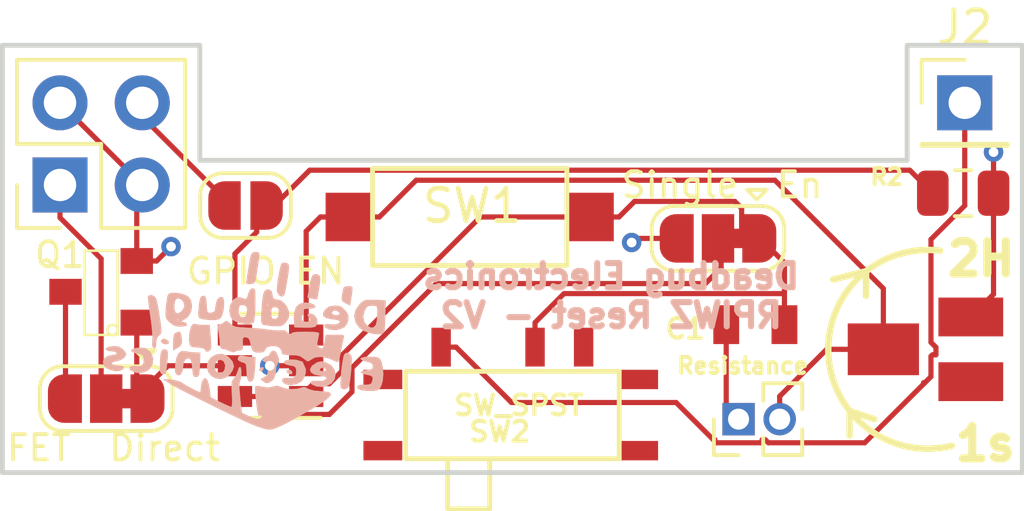
<source format=kicad_pcb>
(kicad_pcb (version 20171130) (host pcbnew "(5.0.1)-rc2")

  (general
    (thickness 1.6)
    (drawings 20)
    (tracks 106)
    (zones 0)
    (modules 14)
    (nets 12)
  )

  (page A4)
  (layers
    (0 F.Cu signal)
    (31 B.Cu signal)
    (32 B.Adhes user)
    (33 F.Adhes user)
    (34 B.Paste user)
    (35 F.Paste user)
    (36 B.SilkS user)
    (37 F.SilkS user)
    (38 B.Mask user)
    (39 F.Mask user)
    (40 Dwgs.User user)
    (41 Cmts.User user)
    (42 Eco1.User user)
    (43 Eco2.User user)
    (44 Edge.Cuts user)
    (45 Margin user)
    (46 B.CrtYd user)
    (47 F.CrtYd user)
    (48 B.Fab user)
    (49 F.Fab user hide)
  )

  (setup
    (last_trace_width 0.16)
    (trace_clearance 0.15)
    (zone_clearance 0.508)
    (zone_45_only no)
    (trace_min 0.1524)
    (segment_width 0.2)
    (edge_width 0.15)
    (via_size 0.6)
    (via_drill 0.3)
    (via_min_size 0.4)
    (via_min_drill 0.3)
    (uvia_size 0.3)
    (uvia_drill 0.1)
    (uvias_allowed no)
    (uvia_min_size 0.2)
    (uvia_min_drill 0.1)
    (pcb_text_width 0.3)
    (pcb_text_size 1.5 1.5)
    (mod_edge_width 0.15)
    (mod_text_size 1 1)
    (mod_text_width 0.15)
    (pad_size 1.524 1.524)
    (pad_drill 0.762)
    (pad_to_mask_clearance 0.051)
    (solder_mask_min_width 0.25)
    (aux_axis_origin 0 0)
    (visible_elements 7FFFFF7F)
    (pcbplotparams
      (layerselection 0x010fc_ffffffff)
      (usegerberextensions false)
      (usegerberattributes false)
      (usegerberadvancedattributes false)
      (creategerberjobfile false)
      (excludeedgelayer true)
      (linewidth 0.100000)
      (plotframeref false)
      (viasonmask false)
      (mode 1)
      (useauxorigin false)
      (hpglpennumber 1)
      (hpglpenspeed 20)
      (hpglpendiameter 15.000000)
      (psnegative false)
      (psa4output false)
      (plotreference true)
      (plotvalue true)
      (plotinvisibletext false)
      (padsonsilk false)
      (subtractmaskfromsilk false)
      (outputformat 1)
      (mirror false)
      (drillshape 0)
      (scaleselection 1)
      (outputdirectory "Gerber/"))
  )

  (net 0 "")
  (net 1 GND)
  (net 2 /GPIO26)
  (net 3 /RUN)
  (net 4 "Net-(J2-Pad1)")
  (net 5 +3V3)
  (net 6 "Net-(JP1-Pad1)")
  (net 7 "Net-(JP2-Pad3)")
  (net 8 "Net-(JP2-Pad1)")
  (net 9 /Mode)
  (net 10 "Net-(RV1-Pad3)")
  (net 11 "Net-(J3-Pad2)")

  (net_class Default "This is the default net class."
    (clearance 0.15)
    (trace_width 0.16)
    (via_dia 0.6)
    (via_drill 0.3)
    (uvia_dia 0.3)
    (uvia_drill 0.1)
    (add_net +3V3)
    (add_net /GPIO26)
    (add_net /Mode)
    (add_net /RUN)
    (add_net GND)
    (add_net "Net-(J2-Pad1)")
    (add_net "Net-(J3-Pad2)")
    (add_net "Net-(JP1-Pad1)")
    (add_net "Net-(JP2-Pad1)")
    (add_net "Net-(JP2-Pad3)")
    (add_net "Net-(RV1-Pad3)")
  )

  (module CustomFP:Bourns_TC33X-2 (layer F.Cu) (tedit 5D0F3855) (tstamp 5BF50EE8)
    (at 246.507 45.72 90)
    (path /5BF4D368)
    (fp_text reference RV1 (at -1.651 0.1905 180) (layer F.SilkS) hide
      (effects (font (size 1 1) (thickness 0.15)))
    )
    (fp_text value R_POT (at 0 -4.8 90) (layer F.Fab)
      (effects (font (size 1 1) (thickness 0.15)))
    )
    (pad 1 smd rect (at 0 -0.1 90) (size 1.6 2.2) (layers F.Cu F.Paste F.Mask)
      (net 11 "Net-(J3-Pad2)"))
    (pad 2 smd rect (at 1 2.6 90) (size 1.2 2) (layers F.Cu F.Paste F.Mask)
      (net 1 GND))
    (pad 3 smd rect (at -1 2.6 90) (size 1.2 2) (layers F.Cu F.Paste F.Mask)
      (net 10 "Net-(RV1-Pad3)"))
  )

  (module EbayParts:Tact_SMD_Switch (layer F.Cu) (tedit 5C1B3FE6) (tstamp 5C1127F2)
    (at 230.632 43.1292)
    (path /5BF4F7ED)
    (fp_text reference SW1 (at 3.0734 -1.84404) (layer F.SilkS)
      (effects (font (size 1 1) (thickness 0.15)))
    )
    (fp_text value SW_Push (at 3 -5) (layer F.Fab)
      (effects (font (size 1 1) (thickness 0.15)))
    )
    (fp_line (start 0 -3) (end 0 0) (layer F.SilkS) (width 0.15))
    (fp_line (start 6 -3) (end 0 -3) (layer F.SilkS) (width 0.15))
    (fp_line (start 6 0) (end 6 -3) (layer F.SilkS) (width 0.15))
    (fp_line (start 0 0) (end 6 0) (layer F.SilkS) (width 0.15))
    (pad 1 smd rect (at -0.7 -1.5) (size 1.5 1.5) (layers F.Cu F.Paste F.Mask)
      (net 11 "Net-(J3-Pad2)"))
    (pad 2 smd rect (at 6.7 -1.5) (size 1.5 1.5) (layers F.Cu F.Paste F.Mask)
      (net 5 +3V3))
  )

  (module Connector_PinHeader_2.54mm:PinHeader_2x02_P2.54mm_Vertical (layer F.Cu) (tedit 5BF4E187) (tstamp 5C11F43C)
    (at 220.98 40.64 90)
    (descr "Through hole straight pin header, 2x02, 2.54mm pitch, double rows")
    (tags "Through hole pin header THT 2x02 2.54mm double row")
    (path /5BF58F0D)
    (fp_text reference J1 (at 1.27 -2.33 90) (layer F.SilkS) hide
      (effects (font (size 1 1) (thickness 0.15)))
    )
    (fp_text value RPI_Conn (at 1.27 4.87 90) (layer F.Fab)
      (effects (font (size 1 1) (thickness 0.15)))
    )
    (fp_line (start 0 -1.27) (end 3.81 -1.27) (layer F.Fab) (width 0.1))
    (fp_line (start 3.81 -1.27) (end 3.81 3.81) (layer F.Fab) (width 0.1))
    (fp_line (start 3.81 3.81) (end -1.27 3.81) (layer F.Fab) (width 0.1))
    (fp_line (start -1.27 3.81) (end -1.27 0) (layer F.Fab) (width 0.1))
    (fp_line (start -1.27 0) (end 0 -1.27) (layer F.Fab) (width 0.1))
    (fp_line (start -1.33 3.87) (end 3.87 3.87) (layer F.SilkS) (width 0.12))
    (fp_line (start -1.33 1.27) (end -1.33 3.87) (layer F.SilkS) (width 0.12))
    (fp_line (start 3.87 -1.33) (end 3.87 3.87) (layer F.SilkS) (width 0.12))
    (fp_line (start -1.33 1.27) (end 1.27 1.27) (layer F.SilkS) (width 0.12))
    (fp_line (start 1.27 1.27) (end 1.27 -1.33) (layer F.SilkS) (width 0.12))
    (fp_line (start 1.27 -1.33) (end 3.87 -1.33) (layer F.SilkS) (width 0.12))
    (fp_line (start -1.33 0) (end -1.33 -1.33) (layer F.SilkS) (width 0.12))
    (fp_line (start -1.33 -1.33) (end 0 -1.33) (layer F.SilkS) (width 0.12))
    (fp_line (start -1.8 -1.8) (end -1.8 4.35) (layer F.CrtYd) (width 0.05))
    (fp_line (start -1.8 4.35) (end 4.35 4.35) (layer F.CrtYd) (width 0.05))
    (fp_line (start 4.35 4.35) (end 4.35 -1.8) (layer F.CrtYd) (width 0.05))
    (fp_line (start 4.35 -1.8) (end -1.8 -1.8) (layer F.CrtYd) (width 0.05))
    (fp_text user %R (at 1.27 1.27 -180) (layer F.Fab)
      (effects (font (size 1 1) (thickness 0.15)))
    )
    (pad 1 thru_hole rect (at 0 0 90) (size 1.7 1.7) (drill 1) (layers *.Cu *.Mask)
      (net 3 /RUN))
    (pad 2 thru_hole oval (at 2.54 0 90) (size 1.7 1.7) (drill 1) (layers *.Cu *.Mask)
      (net 1 GND))
    (pad 3 thru_hole oval (at 0 2.54 90) (size 1.7 1.7) (drill 1) (layers *.Cu *.Mask)
      (net 1 GND))
    (pad 4 thru_hole oval (at 2.54 2.54 90) (size 1.7 1.7) (drill 1) (layers *.Cu *.Mask)
      (net 2 /GPIO26))
    (model ${KISYS3DMOD}/Connector_PinHeader_2.54mm.3dshapes/PinHeader_2x02_P2.54mm_Vertical.wrl
      (at (xyz 0 0 0))
      (scale (xyz 1 1 1))
      (rotate (xyz 0 0 0))
    )
  )

  (module Capacitors:0805 (layer F.Cu) (tedit 5BF4E046) (tstamp 5C3941A3)
    (at 242.45316 44.958)
    (descr "GENERIC 2012 (0805) PACKAGE")
    (tags "GENERIC 2012 (0805) PACKAGE")
    (path /5BF4DE0C)
    (attr smd)
    (fp_text reference C1 (at -2.16916 0.127 180) (layer F.SilkS)
      (effects (font (size 0.6096 0.6096) (thickness 0.127)))
    )
    (fp_text value C_Small (at 0 1.27) (layer F.SilkS) hide
      (effects (font (size 0.6096 0.6096) (thickness 0.127)))
    )
    (fp_line (start -1.4986 0.79756) (end -1.4986 -0.79756) (layer F.CrtYd) (width 0.0508))
    (fp_line (start 1.4986 0.79756) (end -1.4986 0.79756) (layer F.CrtYd) (width 0.0508))
    (fp_line (start 1.4986 -0.79756) (end 1.4986 0.79756) (layer F.CrtYd) (width 0.0508))
    (fp_line (start -1.4986 -0.79756) (end 1.4986 -0.79756) (layer F.CrtYd) (width 0.0508))
    (pad 2 smd rect (at 0.89916 0) (size 0.79756 1.19888) (layers F.Cu F.Paste F.Mask)
      (net 5 +3V3) (solder_mask_margin 0.1016))
    (pad 1 smd rect (at -0.89916 0) (size 0.79756 1.19888) (layers F.Cu F.Paste F.Mask)
      (net 1 GND) (solder_mask_margin 0.1016))
  )

  (module Resistor_SMD:R_0805_2012Metric (layer F.Cu) (tedit 5BF4E19A) (tstamp 5BF4E150)
    (at 248.8715 40.894 180)
    (descr "Resistor SMD 0805 (2012 Metric), square (rectangular) end terminal, IPC_7351 nominal, (Body size source: https://docs.google.com/spreadsheets/d/1BsfQQcO9C6DZCsRaXUlFlo91Tg2WpOkGARC1WS5S8t0/edit?usp=sharing), generated with kicad-footprint-generator")
    (tags resistor)
    (path /5BF4E00B)
    (attr smd)
    (fp_text reference R2 (at 2.3645 0.508 180) (layer F.SilkS)
      (effects (font (size 0.5 0.5) (thickness 0.125)))
    )
    (fp_text value R (at 0 1.65 180) (layer F.Fab)
      (effects (font (size 1 1) (thickness 0.15)))
    )
    (fp_text user %R (at 0 0 180) (layer F.Fab)
      (effects (font (size 0.5 0.5) (thickness 0.08)))
    )
    (fp_line (start 1.68 0.95) (end -1.68 0.95) (layer F.CrtYd) (width 0.05))
    (fp_line (start 1.68 -0.95) (end 1.68 0.95) (layer F.CrtYd) (width 0.05))
    (fp_line (start -1.68 -0.95) (end 1.68 -0.95) (layer F.CrtYd) (width 0.05))
    (fp_line (start -1.68 0.95) (end -1.68 -0.95) (layer F.CrtYd) (width 0.05))
    (fp_line (start -0.258578 0.71) (end 0.258578 0.71) (layer F.SilkS) (width 0.12))
    (fp_line (start -0.258578 -0.71) (end 0.258578 -0.71) (layer F.SilkS) (width 0.12))
    (fp_line (start 1 0.6) (end -1 0.6) (layer F.Fab) (width 0.1))
    (fp_line (start 1 -0.6) (end 1 0.6) (layer F.Fab) (width 0.1))
    (fp_line (start -1 -0.6) (end 1 -0.6) (layer F.Fab) (width 0.1))
    (fp_line (start -1 0.6) (end -1 -0.6) (layer F.Fab) (width 0.1))
    (pad 2 smd roundrect (at 0.9375 0 180) (size 0.975 1.4) (layers F.Cu F.Paste F.Mask) (roundrect_rratio 0.25)
      (net 6 "Net-(JP1-Pad1)"))
    (pad 1 smd roundrect (at -0.9375 0 180) (size 0.975 1.4) (layers F.Cu F.Paste F.Mask) (roundrect_rratio 0.25)
      (net 1 GND))
    (model ${KISYS3DMOD}/Resistor_SMD.3dshapes/R_0805_2012Metric.wrl
      (at (xyz 0 0 0))
      (scale (xyz 1 1 1))
      (rotate (xyz 0 0 0))
    )
  )

  (module Package_TO_SOT_SMD:SOT-23-6 (layer F.Cu) (tedit 5D0F3881) (tstamp 5BF4E177)
    (at 227.4824 46.228 180)
    (descr "6-pin SOT-23 package")
    (tags SOT-23-6)
    (path /5BF60E19)
    (attr smd)
    (fp_text reference U1 (at -0.09398 -1.89992) (layer F.SilkS) hide
      (effects (font (size 1 1) (thickness 0.15)))
    )
    (fp_text value TPL5110 (at 0 2.9 180) (layer F.Fab)
      (effects (font (size 1 1) (thickness 0.15)))
    )
    (fp_line (start 0.9 -1.55) (end 0.9 1.55) (layer F.Fab) (width 0.1))
    (fp_line (start 0.9 1.55) (end -0.9 1.55) (layer F.Fab) (width 0.1))
    (fp_line (start -0.9 -0.9) (end -0.9 1.55) (layer F.Fab) (width 0.1))
    (fp_line (start 0.9 -1.55) (end -0.25 -1.55) (layer F.Fab) (width 0.1))
    (fp_line (start -0.9 -0.9) (end -0.25 -1.55) (layer F.Fab) (width 0.1))
    (fp_line (start -1.9 -1.8) (end -1.9 1.8) (layer F.CrtYd) (width 0.05))
    (fp_line (start -1.9 1.8) (end 1.9 1.8) (layer F.CrtYd) (width 0.05))
    (fp_line (start 1.9 1.8) (end 1.9 -1.8) (layer F.CrtYd) (width 0.05))
    (fp_line (start 1.9 -1.8) (end -1.9 -1.8) (layer F.CrtYd) (width 0.05))
    (fp_line (start 0.9 -1.61) (end -1.55 -1.61) (layer F.SilkS) (width 0.12))
    (fp_line (start -0.9 1.61) (end 0.9 1.61) (layer F.SilkS) (width 0.12))
    (fp_text user %R (at 0 0 270) (layer F.Fab)
      (effects (font (size 0.5 0.5) (thickness 0.075)))
    )
    (pad 5 smd rect (at 1.1 0 180) (size 1.06 0.65) (layers F.Cu F.Paste F.Mask)
      (net 8 "Net-(JP2-Pad1)"))
    (pad 6 smd rect (at 1.1 -0.95 180) (size 1.06 0.65) (layers F.Cu F.Paste F.Mask)
      (net 9 /Mode))
    (pad 4 smd rect (at 1.1 0.95 180) (size 1.06 0.65) (layers F.Cu F.Paste F.Mask)
      (net 6 "Net-(JP1-Pad1)"))
    (pad 3 smd rect (at -1.1 0.95 180) (size 1.06 0.65) (layers F.Cu F.Paste F.Mask)
      (net 11 "Net-(J3-Pad2)"))
    (pad 2 smd rect (at -1.1 0 180) (size 1.06 0.65) (layers F.Cu F.Paste F.Mask)
      (net 1 GND))
    (pad 1 smd rect (at -1.1 -0.95 180) (size 1.06 0.65) (layers F.Cu F.Paste F.Mask)
      (net 5 +3V3))
    (model ${KISYS3DMOD}/Package_TO_SOT_SMD.3dshapes/SOT-23-6.wrl
      (at (xyz 0 0 0))
      (scale (xyz 1 1 1))
      (rotate (xyz 0 0 0))
    )
  )

  (module CustomFP:SWITCH_SPDT_PTH (layer F.Cu) (tedit 5A74BBA0) (tstamp 5D1E82EA)
    (at 234.95 47.752 90)
    (descr "SPDT PTH SLIDE SWITCH")
    (tags "SPDT PTH SLIDE SWITCH")
    (path /5BF4FC1D)
    (attr virtual)
    (fp_text reference SW2 (at -0.51308 -0.39116 180) (layer F.SilkS)
      (effects (font (size 0.6096 0.6096) (thickness 0.127)))
    )
    (fp_text value SW_SPST (at 0.3 0.2 180) (layer F.SilkS)
      (effects (font (size 0.6096 0.6096) (thickness 0.127)))
    )
    (fp_line (start -1.4 -0.7) (end -2.9 -0.7) (layer F.SilkS) (width 0.15))
    (fp_line (start -2.9 -0.7) (end -2.9 -2) (layer F.SilkS) (width 0.15))
    (fp_line (start -2.9 -2) (end -1.4 -2) (layer F.SilkS) (width 0.15))
    (fp_line (start 1.35 -3.3) (end -1.35 -3.3) (layer F.SilkS) (width 0.15))
    (fp_line (start 1.35 -3.3) (end 1.35 3.3) (layer F.SilkS) (width 0.15))
    (fp_line (start 1.35 3.3) (end -1.35 3.3) (layer F.SilkS) (width 0.15))
    (fp_line (start -1.35 -3.3) (end -1.35 3.3) (layer F.SilkS) (width 0.15))
    (pad "" smd rect (at 1.1 -4 180) (size 1.2 0.6) (layers F.Cu F.Paste F.Mask)
      (solder_mask_margin 0.1016))
    (pad "" smd rect (at -1.1 -4 180) (size 1.2 0.6) (layers F.Cu F.Paste F.Mask)
      (solder_mask_margin 0.1016))
    (pad "" smd rect (at 1.1 3.9 180) (size 1.2 0.6) (layers F.Cu F.Paste F.Mask)
      (solder_mask_margin 0.1016))
    (pad 3 smd rect (at 2.1 2.2 90) (size 1.2 0.6) (layers F.Cu F.Paste F.Mask)
      (solder_mask_margin 0.1016))
    (pad 2 smd rect (at 2.1 0.7 90) (size 1.2 0.6) (layers F.Cu F.Paste F.Mask)
      (net 5 +3V3) (solder_mask_margin 0.1016))
    (pad "" smd rect (at -1.1 3.9 180) (size 1.2 0.6) (layers F.Cu F.Paste F.Mask)
      (solder_mask_margin 0.1016))
    (pad 1 smd rect (at 2.1 -2.2 90) (size 1.2 0.6) (layers F.Cu F.Paste F.Mask)
      (net 4 "Net-(J2-Pad1)") (solder_mask_margin 0.1016))
  )

  (module SMD_Packages_oj:SOT23 (layer F.Cu) (tedit 5D0F37A3) (tstamp 5D1DBCB7)
    (at 222.25 43.942 90)
    (tags SOT23)
    (path /5D0F2F18)
    (fp_text reference Q1 (at 1.143 -1.27 180) (layer F.SilkS)
      (effects (font (size 0.762 0.762) (thickness 0.11938)))
    )
    (fp_text value Q_PMOS_GSD (at 0.0635 0 90) (layer F.SilkS) hide
      (effects (font (size 0.50038 0.50038) (thickness 0.09906)))
    )
    (fp_circle (center -1.17602 0.35052) (end -1.30048 0.44958) (layer F.SilkS) (width 0.07874))
    (fp_line (start 1.27 -0.508) (end 1.27 0.508) (layer F.SilkS) (width 0.07874))
    (fp_line (start -1.3335 -0.508) (end -1.3335 0.508) (layer F.SilkS) (width 0.07874))
    (fp_line (start 1.27 0.508) (end -1.3335 0.508) (layer F.SilkS) (width 0.07874))
    (fp_line (start -1.3335 -0.508) (end 1.27 -0.508) (layer F.SilkS) (width 0.07874))
    (pad 3 smd rect (at 0 -1.09982 90) (size 0.8001 1.00076) (layers F.Cu F.Paste F.Mask)
      (net 7 "Net-(JP2-Pad3)"))
    (pad 2 smd rect (at 0.9525 1.09982 90) (size 0.8001 1.00076) (layers F.Cu F.Paste F.Mask)
      (net 1 GND))
    (pad 1 smd rect (at -0.9525 1.09982 90) (size 0.8001 1.00076) (layers F.Cu F.Paste F.Mask)
      (net 8 "Net-(JP2-Pad1)"))
    (model smd\SOT23_3.wrl
      (at (xyz 0 0 0))
      (scale (xyz 0.4 0.4 0.4))
      (rotate (xyz 0 0 180))
    )
  )

  (module Connector_PinHeader_2.54mm:PinHeader_1x01_P2.54mm_Vertical (layer F.Cu) (tedit 59FED5CC) (tstamp 5D1E7DD7)
    (at 248.92 38.1)
    (descr "Through hole straight pin header, 1x01, 2.54mm pitch, single row")
    (tags "Through hole pin header THT 1x01 2.54mm single row")
    (path /5BF4DFAA)
    (fp_text reference J2 (at 0 -2.33) (layer F.SilkS)
      (effects (font (size 1 1) (thickness 0.15)))
    )
    (fp_text value Conn_01x01 (at 0 2.33) (layer F.Fab)
      (effects (font (size 1 1) (thickness 0.15)))
    )
    (fp_line (start -0.635 -1.27) (end 1.27 -1.27) (layer F.Fab) (width 0.1))
    (fp_line (start 1.27 -1.27) (end 1.27 1.27) (layer F.Fab) (width 0.1))
    (fp_line (start 1.27 1.27) (end -1.27 1.27) (layer F.Fab) (width 0.1))
    (fp_line (start -1.27 1.27) (end -1.27 -0.635) (layer F.Fab) (width 0.1))
    (fp_line (start -1.27 -0.635) (end -0.635 -1.27) (layer F.Fab) (width 0.1))
    (fp_line (start -1.33 1.33) (end 1.33 1.33) (layer F.SilkS) (width 0.12))
    (fp_line (start -1.33 1.27) (end -1.33 1.33) (layer F.SilkS) (width 0.12))
    (fp_line (start 1.33 1.27) (end 1.33 1.33) (layer F.SilkS) (width 0.12))
    (fp_line (start -1.33 1.27) (end 1.33 1.27) (layer F.SilkS) (width 0.12))
    (fp_line (start -1.33 0) (end -1.33 -1.33) (layer F.SilkS) (width 0.12))
    (fp_line (start -1.33 -1.33) (end 0 -1.33) (layer F.SilkS) (width 0.12))
    (fp_line (start -1.8 -1.8) (end -1.8 1.8) (layer F.CrtYd) (width 0.05))
    (fp_line (start -1.8 1.8) (end 1.8 1.8) (layer F.CrtYd) (width 0.05))
    (fp_line (start 1.8 1.8) (end 1.8 -1.8) (layer F.CrtYd) (width 0.05))
    (fp_line (start 1.8 -1.8) (end -1.8 -1.8) (layer F.CrtYd) (width 0.05))
    (fp_text user %R (at 0 0 90) (layer F.Fab)
      (effects (font (size 1 1) (thickness 0.15)))
    )
    (pad 1 thru_hole rect (at 0 0) (size 1.7 1.7) (drill 1) (layers *.Cu *.Mask)
      (net 4 "Net-(J2-Pad1)"))
    (model ${KISYS3DMOD}/Connector_PinHeader_2.54mm.3dshapes/PinHeader_1x01_P2.54mm_Vertical.wrl
      (at (xyz 0 0 0))
      (scale (xyz 1 1 1))
      (rotate (xyz 0 0 0))
    )
  )

  (module Connector_PinHeader_1.27mm:PinHeader_1x02_P1.27mm_Vertical (layer F.Cu) (tedit 5D0F3C06) (tstamp 5D2CB11A)
    (at 241.935 47.879 90)
    (descr "Through hole straight pin header, 1x02, 1.27mm pitch, single row")
    (tags "Through hole pin header THT 1x02 1.27mm single row")
    (path /5D0F6B17)
    (fp_text reference J3 (at 0 -1.695 90) (layer F.SilkS) hide
      (effects (font (size 1 1) (thickness 0.15)))
    )
    (fp_text value Conn_01x02_Female (at 0 2.965 90) (layer F.Fab)
      (effects (font (size 1 1) (thickness 0.15)))
    )
    (fp_line (start -0.525 -0.635) (end 1.05 -0.635) (layer F.Fab) (width 0.1))
    (fp_line (start 1.05 -0.635) (end 1.05 1.905) (layer F.Fab) (width 0.1))
    (fp_line (start 1.05 1.905) (end -1.05 1.905) (layer F.Fab) (width 0.1))
    (fp_line (start -1.05 1.905) (end -1.05 -0.11) (layer F.Fab) (width 0.1))
    (fp_line (start -1.05 -0.11) (end -0.525 -0.635) (layer F.Fab) (width 0.1))
    (fp_line (start -1.11 1.965) (end -0.30753 1.965) (layer F.SilkS) (width 0.12))
    (fp_line (start 0.30753 1.965) (end 1.11 1.965) (layer F.SilkS) (width 0.12))
    (fp_line (start -1.11 0.76) (end -1.11 1.965) (layer F.SilkS) (width 0.12))
    (fp_line (start 1.11 0.76) (end 1.11 1.965) (layer F.SilkS) (width 0.12))
    (fp_line (start -1.11 0.76) (end -0.563471 0.76) (layer F.SilkS) (width 0.12))
    (fp_line (start 0.563471 0.76) (end 1.11 0.76) (layer F.SilkS) (width 0.12))
    (fp_line (start -1.11 0) (end -1.11 -0.76) (layer F.SilkS) (width 0.12))
    (fp_line (start -1.11 -0.76) (end 0 -0.76) (layer F.SilkS) (width 0.12))
    (fp_line (start -1.55 -1.15) (end -1.55 2.45) (layer F.CrtYd) (width 0.05))
    (fp_line (start -1.55 2.45) (end 1.55 2.45) (layer F.CrtYd) (width 0.05))
    (fp_line (start 1.55 2.45) (end 1.55 -1.15) (layer F.CrtYd) (width 0.05))
    (fp_line (start 1.55 -1.15) (end -1.55 -1.15) (layer F.CrtYd) (width 0.05))
    (fp_text user %R (at 0 0.635 180) (layer F.Fab)
      (effects (font (size 1 1) (thickness 0.15)))
    )
    (pad 1 thru_hole rect (at 0 0 90) (size 1 1) (drill 0.65) (layers *.Cu *.Mask)
      (net 1 GND))
    (pad 2 thru_hole oval (at 0 1.27 90) (size 1 1) (drill 0.65) (layers *.Cu *.Mask)
      (net 11 "Net-(J3-Pad2)"))
    (model ${KISYS3DMOD}/Connector_PinHeader_1.27mm.3dshapes/PinHeader_1x02_P1.27mm_Vertical.wrl
      (at (xyz 0 0 0))
      (scale (xyz 1 1 1))
      (rotate (xyz 0 0 0))
    )
  )

  (module Jumper:SolderJumper-2_P1.3mm_Open_RoundedPad1.0x1.5mm (layer F.Cu) (tedit 5D0F3AEE) (tstamp 5D2CB12C)
    (at 226.71 41.275 180)
    (descr "SMD Solder Jumper, 1x1.5mm, rounded Pads, 0.3mm gap, open")
    (tags "solder jumper open")
    (path /5D0F565C)
    (attr virtual)
    (fp_text reference JP1 (at 0 -1.8 180) (layer F.SilkS) hide
      (effects (font (size 1 1) (thickness 0.15)))
    )
    (fp_text value " " (at 0 1.9 180) (layer F.Fab)
      (effects (font (size 1 1) (thickness 0.15)))
    )
    (fp_arc (start 0.7 -0.3) (end 1.4 -0.3) (angle -90) (layer F.SilkS) (width 0.12))
    (fp_arc (start 0.7 0.3) (end 0.7 1) (angle -90) (layer F.SilkS) (width 0.12))
    (fp_arc (start -0.7 0.3) (end -1.4 0.3) (angle -90) (layer F.SilkS) (width 0.12))
    (fp_arc (start -0.7 -0.3) (end -0.7 -1) (angle -90) (layer F.SilkS) (width 0.12))
    (fp_line (start -1.4 0.3) (end -1.4 -0.3) (layer F.SilkS) (width 0.12))
    (fp_line (start 0.7 1) (end -0.7 1) (layer F.SilkS) (width 0.12))
    (fp_line (start 1.4 -0.3) (end 1.4 0.3) (layer F.SilkS) (width 0.12))
    (fp_line (start -0.7 -1) (end 0.7 -1) (layer F.SilkS) (width 0.12))
    (fp_line (start -1.65 -1.25) (end 1.65 -1.25) (layer F.CrtYd) (width 0.05))
    (fp_line (start -1.65 -1.25) (end -1.65 1.25) (layer F.CrtYd) (width 0.05))
    (fp_line (start 1.65 1.25) (end 1.65 -1.25) (layer F.CrtYd) (width 0.05))
    (fp_line (start 1.65 1.25) (end -1.65 1.25) (layer F.CrtYd) (width 0.05))
    (pad 1 smd custom (at -0.65 0 180) (size 1 0.5) (layers F.Cu F.Mask)
      (net 6 "Net-(JP1-Pad1)") (zone_connect 0)
      (options (clearance outline) (anchor rect))
      (primitives
        (gr_circle (center 0 0.25) (end 0.5 0.25) (width 0))
        (gr_circle (center 0 -0.25) (end 0.5 -0.25) (width 0))
        (gr_poly (pts
           (xy 0 -0.75) (xy 0.5 -0.75) (xy 0.5 0.75) (xy 0 0.75)) (width 0))
      ))
    (pad 2 smd custom (at 0.65 0 180) (size 1 0.5) (layers F.Cu F.Mask)
      (net 2 /GPIO26) (zone_connect 0)
      (options (clearance outline) (anchor rect))
      (primitives
        (gr_circle (center 0 0.25) (end 0.5 0.25) (width 0))
        (gr_circle (center 0 -0.25) (end 0.5 -0.25) (width 0))
        (gr_poly (pts
           (xy 0 -0.75) (xy -0.5 -0.75) (xy -0.5 0.75) (xy 0 0.75)) (width 0))
      ))
  )

  (module Jumper:SolderJumper-3_P1.3mm_Bridged12_RoundedPad1.0x1.5mm (layer F.Cu) (tedit 5D0F3AC2) (tstamp 5D2CB142)
    (at 222.407 47.244 180)
    (descr "SMD Solder 3-pad Jumper, 1x1.5mm rounded Pads, 0.3mm gap, pads 1-2 bridged with 1 copper strip")
    (tags "solder jumper open")
    (path /5D0F5B71)
    (attr virtual)
    (fp_text reference JP2 (at 0 -1.8 180) (layer F.SilkS) hide
      (effects (font (size 1 1) (thickness 0.15)))
    )
    (fp_text value "FET Bypass" (at 0 1.9 180) (layer F.Fab)
      (effects (font (size 1 1) (thickness 0.15)))
    )
    (fp_arc (start -1.35 -0.3) (end -1.35 -1) (angle -90) (layer F.SilkS) (width 0.12))
    (fp_arc (start -1.35 0.3) (end -2.05 0.3) (angle -90) (layer F.SilkS) (width 0.12))
    (fp_arc (start 1.35 0.3) (end 1.35 1) (angle -90) (layer F.SilkS) (width 0.12))
    (fp_arc (start 1.35 -0.3) (end 2.05 -0.3) (angle -90) (layer F.SilkS) (width 0.12))
    (fp_line (start 2.3 1.25) (end -2.3 1.25) (layer F.CrtYd) (width 0.05))
    (fp_line (start 2.3 1.25) (end 2.3 -1.25) (layer F.CrtYd) (width 0.05))
    (fp_line (start -2.3 -1.25) (end -2.3 1.25) (layer F.CrtYd) (width 0.05))
    (fp_line (start -2.3 -1.25) (end 2.3 -1.25) (layer F.CrtYd) (width 0.05))
    (fp_line (start -1.4 -1) (end 1.4 -1) (layer F.SilkS) (width 0.12))
    (fp_line (start 2.05 -0.3) (end 2.05 0.3) (layer F.SilkS) (width 0.12))
    (fp_line (start 1.4 1) (end -1.4 1) (layer F.SilkS) (width 0.12))
    (fp_line (start -2.05 0.3) (end -2.05 -0.3) (layer F.SilkS) (width 0.12))
    (fp_line (start -1.2 1.2) (end -1.5 1.5) (layer F.SilkS) (width 0.12))
    (fp_line (start -1.5 1.5) (end -0.9 1.5) (layer F.SilkS) (width 0.12))
    (fp_line (start -1.2 1.2) (end -0.9 1.5) (layer F.SilkS) (width 0.12))
    (pad 2 smd rect (at 0 0 180) (size 1 1.5) (layers F.Cu F.Mask)
      (net 3 /RUN))
    (pad 3 smd custom (at 1.3 0 180) (size 1 0.5) (layers F.Cu F.Mask)
      (net 7 "Net-(JP2-Pad3)") (zone_connect 0)
      (options (clearance outline) (anchor rect))
      (primitives
        (gr_circle (center 0 0.25) (end 0.5 0.25) (width 0))
        (gr_circle (center 0 -0.25) (end 0.5 -0.25) (width 0))
        (gr_poly (pts
           (xy -0.55 -0.75) (xy 0 -0.75) (xy 0 0.75) (xy -0.55 0.75)) (width 0))
      ))
    (pad 1 smd custom (at -1.3 0 180) (size 1 0.5) (layers F.Cu F.Mask)
      (net 8 "Net-(JP2-Pad1)") (zone_connect 0)
      (options (clearance outline) (anchor rect))
      (primitives
        (gr_circle (center 0 0.25) (end 0.5 0.25) (width 0))
        (gr_circle (center 0 -0.25) (end 0.5 -0.25) (width 0))
        (gr_poly (pts
           (xy 0.55 -0.75) (xy 0 -0.75) (xy 0 0.75) (xy 0.55 0.75)) (width 0))
        (gr_poly (pts
           (xy 0.4 -0.3) (xy 0.9 -0.3) (xy 0.9 0.3) (xy 0.4 0.3)) (width 0))
      ))
  )

  (module Jumper:SolderJumper-3_P1.3mm_Bridged12_RoundedPad1.0x1.5mm (layer F.Cu) (tedit 5D0F3AB0) (tstamp 5D2CB158)
    (at 241.3 42.291 180)
    (descr "SMD Solder 3-pad Jumper, 1x1.5mm rounded Pads, 0.3mm gap, pads 1-2 bridged with 1 copper strip")
    (tags "solder jumper open")
    (path /5D0F5026)
    (attr virtual)
    (fp_text reference JP3 (at 0 -1.8 180) (layer F.SilkS) hide
      (effects (font (size 1 1) (thickness 0.15)))
    )
    (fp_text value "Mode Select" (at 0 1.9 180) (layer F.Fab)
      (effects (font (size 1 1) (thickness 0.15)))
    )
    (fp_line (start -1.2 1.2) (end -0.9 1.5) (layer F.SilkS) (width 0.12))
    (fp_line (start -1.5 1.5) (end -0.9 1.5) (layer F.SilkS) (width 0.12))
    (fp_line (start -1.2 1.2) (end -1.5 1.5) (layer F.SilkS) (width 0.12))
    (fp_line (start -2.05 0.3) (end -2.05 -0.3) (layer F.SilkS) (width 0.12))
    (fp_line (start 1.4 1) (end -1.4 1) (layer F.SilkS) (width 0.12))
    (fp_line (start 2.05 -0.3) (end 2.05 0.3) (layer F.SilkS) (width 0.12))
    (fp_line (start -1.4 -1) (end 1.4 -1) (layer F.SilkS) (width 0.12))
    (fp_line (start -2.3 -1.25) (end 2.3 -1.25) (layer F.CrtYd) (width 0.05))
    (fp_line (start -2.3 -1.25) (end -2.3 1.25) (layer F.CrtYd) (width 0.05))
    (fp_line (start 2.3 1.25) (end 2.3 -1.25) (layer F.CrtYd) (width 0.05))
    (fp_line (start 2.3 1.25) (end -2.3 1.25) (layer F.CrtYd) (width 0.05))
    (fp_arc (start 1.35 -0.3) (end 2.05 -0.3) (angle -90) (layer F.SilkS) (width 0.12))
    (fp_arc (start 1.35 0.3) (end 1.35 1) (angle -90) (layer F.SilkS) (width 0.12))
    (fp_arc (start -1.35 0.3) (end -2.05 0.3) (angle -90) (layer F.SilkS) (width 0.12))
    (fp_arc (start -1.35 -0.3) (end -1.35 -1) (angle -90) (layer F.SilkS) (width 0.12))
    (pad 1 smd custom (at -1.3 0 180) (size 1 0.5) (layers F.Cu F.Mask)
      (net 5 +3V3) (zone_connect 0)
      (options (clearance outline) (anchor rect))
      (primitives
        (gr_circle (center 0 0.25) (end 0.5 0.25) (width 0))
        (gr_circle (center 0 -0.25) (end 0.5 -0.25) (width 0))
        (gr_poly (pts
           (xy 0.55 -0.75) (xy 0 -0.75) (xy 0 0.75) (xy 0.55 0.75)) (width 0))
        (gr_poly (pts
           (xy 0.4 -0.3) (xy 0.9 -0.3) (xy 0.9 0.3) (xy 0.4 0.3)) (width 0))
      ))
    (pad 3 smd custom (at 1.3 0 180) (size 1 0.5) (layers F.Cu F.Mask)
      (net 1 GND) (zone_connect 0)
      (options (clearance outline) (anchor rect))
      (primitives
        (gr_circle (center 0 0.25) (end 0.5 0.25) (width 0))
        (gr_circle (center 0 -0.25) (end 0.5 -0.25) (width 0))
        (gr_poly (pts
           (xy -0.55 -0.75) (xy 0 -0.75) (xy 0 0.75) (xy -0.55 0.75)) (width 0))
      ))
    (pad 2 smd rect (at 0 0 180) (size 1 1.5) (layers F.Cu F.Mask)
      (net 9 /Mode))
  )

  (module Logo:logo (layer B.Cu) (tedit 0) (tstamp 5D2D7B7C)
    (at 226.949 45.339 180)
    (fp_text reference G*** (at 0 0 180) (layer B.SilkS) hide
      (effects (font (size 1.524 1.524) (thickness 0.3)) (justify mirror))
    )
    (fp_text value LOGO (at 0.75 0 180) (layer B.SilkS) hide
      (effects (font (size 1.524 1.524) (thickness 0.3)) (justify mirror))
    )
    (fp_poly (pts (xy -0.058897 2.623886) (xy 0.006077 2.610248) (xy 0.04882 2.574487) (xy 0.07943 2.496644)
      (xy 0.108007 2.356765) (xy 0.123773 2.262909) (xy 0.155423 2.072027) (xy 0.18483 1.898051)
      (xy 0.205871 1.777176) (xy 0.206618 1.773039) (xy 0.21712 1.674203) (xy 0.183274 1.637398)
      (xy 0.094462 1.634494) (xy -0.011974 1.656751) (xy -0.060718 1.728379) (xy -0.067143 1.754909)
      (xy -0.094525 1.903618) (xy -0.124189 2.085835) (xy -0.151834 2.272225) (xy -0.17316 2.433455)
      (xy -0.183866 2.540191) (xy -0.184378 2.554613) (xy -0.16207 2.614886) (xy -0.079829 2.62596)
      (xy -0.058897 2.623886)) (layer B.SilkS) (width 0.01))
    (fp_poly (pts (xy -0.88552 2.286768) (xy -0.853919 2.217333) (xy -0.818674 2.082802) (xy -0.784278 1.910085)
      (xy -0.755226 1.72609) (xy -0.736013 1.557725) (xy -0.731133 1.431901) (xy -0.735967 1.391388)
      (xy -0.796839 1.288302) (xy -0.863836 1.255922) (xy -0.917987 1.258996) (xy -0.954901 1.300384)
      (xy -0.984632 1.399131) (xy -1.010139 1.533013) (xy -1.05633 1.802971) (xy -1.086008 1.995981)
      (xy -1.09932 2.125943) (xy -1.096415 2.206757) (xy -1.07744 2.252324) (xy -1.042542 2.276545)
      (xy -1.018126 2.285325) (xy -0.926403 2.298835) (xy -0.88552 2.286768)) (layer B.SilkS) (width 0.01))
    (fp_poly (pts (xy -1.864941 1.930879) (xy -1.825371 1.892354) (xy -1.792362 1.805684) (xy -1.756788 1.652493)
      (xy -1.742434 1.581727) (xy -1.709905 1.413859) (xy -1.687129 1.286846) (xy -1.677983 1.222622)
      (xy -1.678326 1.218907) (xy -1.723522 1.207887) (xy -1.823049 1.187898) (xy -1.829601 1.18665)
      (xy -1.973567 1.159305) (xy -2.031582 1.498464) (xy -2.061387 1.703558) (xy -2.063659 1.8347)
      (xy -2.034528 1.907222) (xy -1.970124 1.936454) (xy -1.920201 1.939637) (xy -1.864941 1.930879)) (layer B.SilkS) (width 0.01))
    (fp_poly (pts (xy -2.888597 1.56576) (xy -2.810429 1.542508) (xy -2.798413 1.531141) (xy -2.776361 1.463913)
      (xy -2.751057 1.344362) (xy -2.744229 1.304146) (xy -2.730982 1.180791) (xy -2.753251 1.111075)
      (xy -2.826185 1.058548) (xy -2.851939 1.044952) (xy -2.989704 0.973711) (xy -3.034047 1.249055)
      (xy -3.05403 1.398343) (xy -3.061026 1.507241) (xy -3.055498 1.54729) (xy -2.987875 1.568459)
      (xy -2.888597 1.56576)) (layer B.SilkS) (width 0.01))
    (fp_poly (pts (xy 1.598099 1.257783) (xy 1.63255 1.208265) (xy 1.658577 1.102151) (xy 1.679917 0.954863)
      (xy 1.698187 0.748563) (xy 1.688831 0.625387) (xy 1.670873 0.590219) (xy 1.60059 0.561421)
      (xy 1.469725 0.537934) (xy 1.346286 0.527279) (xy 1.173664 0.526082) (xy 1.067229 0.546468)
      (xy 1.003516 0.591741) (xy 0.956175 0.684982) (xy 0.922512 0.822416) (xy 0.904951 0.97487)
      (xy 0.905914 1.113168) (xy 0.927823 1.208137) (xy 0.950381 1.231611) (xy 1.045439 1.227424)
      (xy 1.118369 1.143905) (xy 1.159819 0.993197) (xy 1.163611 0.954676) (xy 1.179801 0.830598)
      (xy 1.216606 0.771194) (xy 1.29255 0.748799) (xy 1.302247 0.747618) (xy 1.372276 0.744493)
      (xy 1.411014 0.769666) (xy 1.429832 0.843979) (xy 1.440096 0.988275) (xy 1.440793 1.001618)
      (xy 1.452772 1.154059) (xy 1.474039 1.2353) (xy 1.512972 1.266498) (xy 1.547091 1.27)
      (xy 1.598099 1.257783)) (layer B.SilkS) (width 0.01))
    (fp_poly (pts (xy 0.091747 1.472637) (xy 0.140009 1.375936) (xy 0.153636 1.324812) (xy 0.190056 1.210935)
      (xy 0.233847 1.172744) (xy 0.270823 1.17996) (xy 0.411702 1.226984) (xy 0.509691 1.221117)
      (xy 0.600415 1.158114) (xy 0.620849 1.138259) (xy 0.713488 0.986363) (xy 0.740632 0.804071)
      (xy 0.700304 0.627295) (xy 0.653189 0.550918) (xy 0.559069 0.484081) (xy 0.416502 0.433883)
      (xy 0.256598 0.405259) (xy 0.110466 0.403145) (xy 0.009216 0.432477) (xy -0.006281 0.446295)
      (xy -0.027009 0.514684) (xy -0.044796 0.653511) (xy -0.057437 0.840851) (xy -0.057922 0.8572)
      (xy 0.185962 0.8572) (xy 0.204608 0.712166) (xy 0.256741 0.618503) (xy 0.344886 0.609876)
      (xy 0.407517 0.64055) (xy 0.44857 0.71519) (xy 0.453699 0.836116) (xy 0.432385 0.944337)
      (xy 0.382235 0.987282) (xy 0.323905 0.992909) (xy 0.223659 0.958918) (xy 0.185962 0.8572)
      (xy -0.057922 0.8572) (xy -0.06226 1.003103) (xy -0.064255 1.222798) (xy -0.061023 1.366274)
      (xy -0.049856 1.449642) (xy -0.028049 1.489012) (xy 0.007104 1.500494) (xy 0.021359 1.500909)
      (xy 0.091747 1.472637)) (layer B.SilkS) (width 0.01))
    (fp_poly (pts (xy 2.542112 1.361398) (xy 2.622727 1.324969) (xy 2.623258 1.324304) (xy 2.648107 1.253861)
      (xy 2.673575 1.119179) (xy 2.694482 0.948202) (xy 2.695941 0.932227) (xy 2.70957 0.756579)
      (xy 2.707804 0.645011) (xy 2.684435 0.569696) (xy 2.633254 0.502809) (xy 2.590332 0.458863)
      (xy 2.46115 0.359554) (xy 2.317644 0.324486) (xy 2.274159 0.323273) (xy 2.151311 0.330205)
      (xy 2.0725 0.347401) (xy 2.064044 0.352805) (xy 2.051589 0.408123) (xy 2.109948 0.451169)
      (xy 2.184817 0.463626) (xy 2.240733 0.469917) (xy 2.220432 0.491739) (xy 2.146335 0.526286)
      (xy 2.139986 0.531091) (xy 2.309091 0.531091) (xy 2.332182 0.508) (xy 2.355273 0.531091)
      (xy 2.332182 0.554182) (xy 2.309091 0.531091) (xy 2.139986 0.531091) (xy 2.010056 0.629411)
      (xy 1.923363 0.78155) (xy 1.891954 0.954899) (xy 1.893353 0.962791) (xy 2.124364 0.962791)
      (xy 2.156298 0.873335) (xy 2.224543 0.787722) (xy 2.324485 0.727793) (xy 2.397039 0.751854)
      (xy 2.435879 0.853965) (xy 2.438377 0.988518) (xy 2.416926 1.119438) (xy 2.370388 1.181624)
      (xy 2.335234 1.193805) (xy 2.237888 1.17124) (xy 2.158679 1.08609) (xy 2.12442 0.967726)
      (xy 2.124364 0.962791) (xy 1.893353 0.962791) (xy 1.921523 1.121658) (xy 2.000342 1.238861)
      (xy 2.105738 1.301099) (xy 2.252146 1.345146) (xy 2.408095 1.366684) (xy 2.542112 1.361398)) (layer B.SilkS) (width 0.01))
    (fp_poly (pts (xy -0.4037 1.464386) (xy -0.350188 1.418206) (xy -0.311447 1.318206) (xy -0.28297 1.152063)
      (xy -0.260251 0.907449) (xy -0.257551 0.870164) (xy -0.245251 0.639969) (xy -0.247516 0.489985)
      (xy -0.264875 0.409129) (xy -0.280435 0.390479) (xy -0.353727 0.369294) (xy -0.4866 0.349498)
      (xy -0.606851 0.338612) (xy -0.767715 0.332807) (xy -0.869989 0.347794) (xy -0.946591 0.391795)
      (xy -0.993578 0.435198) (xy -1.090576 0.590769) (xy -1.10469 0.767932) (xy -1.104017 0.769697)
      (xy -0.785091 0.769697) (xy -0.773707 0.635756) (xy -0.729887 0.571043) (xy -0.639122 0.554182)
      (xy -0.638848 0.554182) (xy -0.582827 0.572817) (xy -0.558254 0.643884) (xy -0.554182 0.738909)
      (xy -0.560483 0.857926) (xy -0.590207 0.910825) (xy -0.659582 0.923571) (xy -0.669636 0.923637)
      (xy -0.749098 0.91073) (xy -0.780565 0.85366) (xy -0.785091 0.769697) (xy -1.104017 0.769697)
      (xy -1.036074 0.947841) (xy -1.003105 0.992909) (xy -0.461818 0.992909) (xy -0.438727 0.969818)
      (xy -0.415636 0.992909) (xy -0.438727 1.016) (xy -0.461818 0.992909) (xy -1.003105 0.992909)
      (xy -0.988804 1.012457) (xy -0.856455 1.125381) (xy -0.73773 1.154546) (xy -0.645122 1.167238)
      (xy -0.604242 1.224193) (xy -0.591744 1.304637) (xy -0.563536 1.417612) (xy -0.497161 1.465096)
      (xy -0.476488 1.469075) (xy -0.4037 1.464386)) (layer B.SilkS) (width 0.01))
    (fp_poly (pts (xy -1.431106 1.025102) (xy -1.317985 0.914963) (xy -1.261421 0.733415) (xy -1.256413 0.558139)
      (xy -1.27 0.302652) (xy -1.572779 0.29016) (xy -1.765722 0.291552) (xy -1.893303 0.312612)
      (xy -1.930688 0.332798) (xy -1.981865 0.441907) (xy -1.963667 0.570236) (xy -1.895174 0.66808)
      (xy -1.814855 0.713629) (xy -1.734958 0.72379) (xy -1.682462 0.703048) (xy -1.684351 0.65589)
      (xy -1.701005 0.635795) (xy -1.753047 0.546361) (xy -1.722978 0.482062) (xy -1.638005 0.461818)
      (xy -1.530963 0.493068) (xy -1.487245 0.569666) (xy -1.520962 0.665889) (xy -1.524 0.669637)
      (xy -1.559272 0.760225) (xy -1.553707 0.807594) (xy -1.555436 0.853722) (xy -1.61949 0.874178)
      (xy -1.707451 0.877455) (xy -1.829511 0.887715) (xy -1.906941 0.913177) (xy -1.915113 0.921319)
      (xy -1.905273 0.974534) (xy -1.826441 1.02241) (xy -1.701853 1.054573) (xy -1.599661 1.062182)
      (xy -1.431106 1.025102)) (layer B.SilkS) (width 0.01))
    (fp_poly (pts (xy -2.338695 0.940791) (xy -2.217185 0.847252) (xy -2.156194 0.728068) (xy -2.166493 0.643489)
      (xy -2.263323 0.582839) (xy -2.443557 0.547851) (xy -2.487814 0.544189) (xy -2.609358 0.523903)
      (xy -2.674159 0.488839) (xy -2.678478 0.476476) (xy -2.638055 0.417094) (xy -2.535442 0.383982)
      (xy -2.398877 0.384616) (xy -2.358631 0.391808) (xy -2.249485 0.397245) (xy -2.193008 0.365496)
      (xy -2.206148 0.310017) (xy -2.228781 0.288692) (xy -2.369743 0.227401) (xy -2.549993 0.216213)
      (xy -2.661192 0.236032) (xy -2.812519 0.30343) (xy -2.899734 0.415154) (xy -2.936363 0.538632)
      (xy -2.938541 0.655534) (xy -2.911666 0.710186) (xy -2.665871 0.710186) (xy -2.663326 0.705465)
      (xy -2.600794 0.671044) (xy -2.511567 0.674289) (xy -2.440232 0.708357) (xy -2.424545 0.742104)
      (xy -2.462295 0.806377) (xy -2.493818 0.819037) (xy -2.583808 0.809885) (xy -2.652351 0.766103)
      (xy -2.665871 0.710186) (xy -2.911666 0.710186) (xy -2.883205 0.768063) (xy -2.840168 0.822867)
      (xy -2.738778 0.921936) (xy -2.630141 0.96332) (xy -2.519961 0.969818) (xy -2.338695 0.940791)) (layer B.SilkS) (width 0.01))
    (fp_poly (pts (xy -3.470529 1.13994) (xy -3.392246 1.108793) (xy -3.318619 1.048163) (xy -3.290191 1.020177)
      (xy -3.158805 0.835308) (xy -3.116149 0.640049) (xy -3.162354 0.446311) (xy -3.28195 0.281155)
      (xy -3.399739 0.198263) (xy -3.554236 0.13484) (xy -3.720772 0.095123) (xy -3.874681 0.08335)
      (xy -3.991293 0.10376) (xy -4.042988 0.150401) (xy -4.053504 0.219193) (xy -4.063782 0.357369)
      (xy -4.072354 0.541957) (xy -4.076175 0.669946) (xy -4.078488 0.767773) (xy -3.833091 0.767773)
      (xy -3.821701 0.523635) (xy -3.785576 0.365226) (xy -3.721788 0.288525) (xy -3.627405 0.289507)
      (xy -3.525371 0.345286) (xy -3.422598 0.469087) (xy -3.395025 0.63478) (xy -3.437407 0.807793)
      (xy -3.494576 0.916377) (xy -3.566552 0.961611) (xy -3.669098 0.969818) (xy -3.770864 0.965252)
      (xy -3.818354 0.934558) (xy -3.83226 0.852243) (xy -3.833091 0.767773) (xy -4.078488 0.767773)
      (xy -4.087091 1.131455) (xy -3.757738 1.144913) (xy -3.582638 1.149387) (xy -3.470529 1.13994)) (layer B.SilkS) (width 0.01))
    (fp_poly (pts (xy 2.797252 -0.06413) (xy 2.851074 -0.116139) (xy 2.85195 -0.150115) (xy 2.796494 -0.202245)
      (xy 2.705292 -0.224043) (xy 2.627505 -0.206728) (xy 2.614139 -0.192601) (xy 2.618902 -0.131858)
      (xy 2.680175 -0.078823) (xy 2.763573 -0.057618) (xy 2.797252 -0.06413)) (layer B.SilkS) (width 0.01))
    (fp_poly (pts (xy 3.234845 1.274576) (xy 3.24839 1.258455) (xy 3.249621 1.20208) (xy 3.237752 1.073129)
      (xy 3.214878 0.890131) (xy 3.183094 0.671614) (xy 3.179198 0.646546) (xy 3.145937 0.406345)
      (xy 3.122405 0.180857) (xy 3.110796 -0.004383) (xy 3.113145 -0.122628) (xy 3.119892 -0.257867)
      (xy 3.092997 -0.326311) (xy 3.069608 -0.340542) (xy 3.024326 -0.336719) (xy 3.004528 -0.267858)
      (xy 3.001818 -0.188911) (xy 2.979689 -0.036899) (xy 2.910217 0.052095) (xy 2.87014 0.084164)
      (xy 2.847016 0.12512) (xy 2.840123 0.19334) (xy 2.848739 0.3072) (xy 2.872141 0.485078)
      (xy 2.88867 0.600364) (xy 2.921988 0.81272) (xy 2.956122 0.999698) (xy 2.986319 1.136685)
      (xy 3.002372 1.189182) (xy 3.066784 1.262773) (xy 3.157494 1.29496) (xy 3.234845 1.274576)) (layer B.SilkS) (width 0.01))
    (fp_poly (pts (xy 2.363778 0.144437) (xy 2.42446 0.109946) (xy 2.456788 0.047069) (xy 2.470062 -0.069809)
      (xy 2.472433 -0.154911) (xy 2.474255 -0.295717) (xy 2.474565 -0.389593) (xy 2.473704 -0.4137)
      (xy 2.436244 -0.392211) (xy 2.348265 -0.342041) (xy 2.332182 -0.332882) (xy 2.236881 -0.262686)
      (xy 2.204902 -0.175951) (xy 2.206962 -0.092363) (xy 2.224683 0.062477) (xy 2.25243 0.141434)
      (xy 2.301114 0.160983) (xy 2.363778 0.144437)) (layer B.SilkS) (width 0.01))
    (fp_poly (pts (xy 1.908783 0.336991) (xy 1.933775 0.274053) (xy 1.97474 0.093794) (xy 1.984024 -0.094625)
      (xy 1.959535 -0.245518) (xy 1.957786 -0.250223) (xy 1.900053 -0.301844) (xy 1.770459 -0.322464)
      (xy 1.725428 -0.323273) (xy 1.570982 -0.338419) (xy 1.497972 -0.385064) (xy 1.494519 -0.392545)
      (xy 1.452001 -0.454166) (xy 1.382945 -0.442258) (xy 1.345521 -0.420475) (xy 1.314473 -0.378996)
      (xy 1.3013 -0.293888) (xy 1.304722 -0.147333) (xy 1.315691 -0.005546) (xy 1.348886 0.369455)
      (xy 1.517261 0.370085) (xy 1.660016 0.377766) (xy 1.777934 0.395556) (xy 1.783684 0.39703)
      (xy 1.858108 0.397917) (xy 1.908783 0.336991)) (layer B.SilkS) (width 0.01))
    (fp_poly (pts (xy 0.911961 0.449286) (xy 0.915244 0.446323) (xy 1.002892 0.386524) (xy 1.057942 0.369455)
      (xy 1.093506 0.339729) (xy 1.0867 0.241845) (xy 1.081903 0.219364) (xy 1.05394 0.060357)
      (xy 1.036871 -0.092363) (xy 1.027892 -0.218407) (xy 1.021178 -0.307357) (xy 1.020819 -0.311727)
      (xy 0.97829 -0.360955) (xy 0.935182 -0.369739) (xy 0.836587 -0.390716) (xy 0.728146 -0.435867)
      (xy 0.628762 -0.471164) (xy 0.575329 -0.458673) (xy 0.513512 -0.425783) (xy 0.432464 -0.415636)
      (xy 0.352825 -0.403651) (xy 0.324357 -0.349125) (xy 0.324414 -0.265545) (xy 0.329108 -0.113483)
      (xy 0.316483 -0.033474) (xy 0.278456 -0.005673) (xy 0.219651 -0.008333) (xy 0.150475 -0.036534)
      (xy 0.106562 -0.112276) (xy 0.076948 -0.237865) (xy 0.04375 -0.374503) (xy -0.002221 -0.444824)
      (xy -0.077937 -0.474777) (xy -0.078026 -0.474794) (xy -0.220467 -0.482795) (xy -0.326282 -0.453591)
      (xy -0.369401 -0.39458) (xy -0.369454 -0.3921) (xy -0.411998 -0.323561) (xy -0.531541 -0.284384)
      (xy -0.641086 -0.277091) (xy -0.783935 -0.309394) (xy -0.864507 -0.399004) (xy -0.877454 -0.471054)
      (xy -0.890711 -0.518122) (xy -0.944163 -0.543418) (xy -1.058332 -0.553176) (xy -1.151002 -0.554182)
      (xy -1.326348 -0.562349) (xy -1.44645 -0.593546) (xy -1.547512 -0.657812) (xy -1.559035 -0.667344)
      (xy -1.651626 -0.737493) (xy -1.709431 -0.749632) (xy -1.763755 -0.710271) (xy -1.764043 -0.709983)
      (xy -1.90796 -0.629012) (xy -2.103044 -0.613337) (xy -2.336158 -0.661951) (xy -2.593808 -0.773652)
      (xy -2.629569 -0.750865) (xy -2.648355 -0.706815) (xy -2.669586 -0.617688) (xy -2.699889 -0.473242)
      (xy -2.724727 -0.346363) (xy -2.756135 -0.186159) (xy -2.783423 -0.056311) (xy -2.797383 0.002378)
      (xy -2.794144 0.041708) (xy -2.744472 0.062224) (xy -2.630668 0.068166) (xy -2.529124 0.066626)
      (xy -2.240752 0.059223) (xy -2.201042 -0.14357) (xy -2.17191 -0.283589) (xy -2.146103 -0.350053)
      (xy -2.108817 -0.359973) (xy -2.045244 -0.330361) (xy -2.040622 -0.327887) (xy -1.982914 -0.282299)
      (xy -1.970093 -0.211825) (xy -1.989383 -0.104782) (xy -2.01594 0.019577) (xy -2.030232 0.105792)
      (xy -2.030939 0.115455) (xy -1.987903 0.137652) (xy -1.867445 0.153431) (xy -1.684381 0.161143)
      (xy -1.616492 0.161637) (xy -1.433455 0.158074) (xy -1.291532 0.148533) (xy -1.211334 0.134729)
      (xy -1.200815 0.127) (xy -1.168973 0.093092) (xy -1.102208 0.100904) (xy -1.043224 0.142108)
      (xy -1.033464 0.159647) (xy -0.969278 0.207417) (xy -0.884823 0.203642) (xy -0.774731 0.198422)
      (xy -0.612291 0.208316) (xy -0.461818 0.227013) (xy -0.259949 0.252221) (xy -0.017708 0.273692)
      (xy 0.212918 0.286826) (xy 0.215739 0.286926) (xy 0.41277 0.297445) (xy 0.543038 0.316506)
      (xy 0.632117 0.350542) (xy 0.705583 0.405985) (xy 0.71171 0.411687) (xy 0.795352 0.482676)
      (xy 0.850298 0.4932) (xy 0.911961 0.449286)) (layer B.SilkS) (width 0.01))
    (fp_poly (pts (xy 4.347178 -0.285714) (xy 4.483212 -0.311689) (xy 4.550723 -0.354982) (xy 4.545126 -0.399959)
      (xy 4.461835 -0.430983) (xy 4.391351 -0.436353) (xy 4.279845 -0.45319) (xy 4.216764 -0.491158)
      (xy 4.21432 -0.496454) (xy 4.236766 -0.541424) (xy 4.317188 -0.554182) (xy 4.488117 -0.583704)
      (xy 4.598384 -0.659336) (xy 4.643305 -0.761674) (xy 4.618194 -0.871314) (xy 4.518364 -0.968852)
      (xy 4.427538 -1.011142) (xy 4.25732 -1.055216) (xy 4.129069 -1.046343) (xy 4.051483 -1.011757)
      (xy 3.992555 -0.954804) (xy 4.01779 -0.90929) (xy 4.119096 -0.882106) (xy 4.20912 -0.877454)
      (xy 4.334688 -0.860124) (xy 4.37867 -0.820269) (xy 4.339265 -0.776089) (xy 4.222075 -0.746591)
      (xy 4.087391 -0.706434) (xy 3.978779 -0.632007) (xy 3.926553 -0.545241) (xy 3.925455 -0.531983)
      (xy 3.956481 -0.465295) (xy 4.031534 -0.378296) (xy 4.035451 -0.374582) (xy 4.137195 -0.304926)
      (xy 4.263204 -0.282815) (xy 4.347178 -0.285714)) (layer B.SilkS) (width 0.01))
    (fp_poly (pts (xy -0.198659 -0.979572) (xy -0.184727 -1.018725) (xy -0.213785 -1.059383) (xy -0.272212 -1.04493)
      (xy -0.302081 -1.012927) (xy -0.314552 -0.950734) (xy -0.307879 -0.93903) (xy -0.253864 -0.935548)
      (xy -0.198659 -0.979572)) (layer B.SilkS) (width 0.01))
    (fp_poly (pts (xy 3.544869 -0.332305) (xy 3.695803 -0.357908) (xy 3.766882 -0.401815) (xy 3.755624 -0.451281)
      (xy 3.659547 -0.49356) (xy 3.579091 -0.508) (xy 3.459439 -0.530114) (xy 3.403274 -0.573481)
      (xy 3.381837 -0.664006) (xy 3.379392 -0.687884) (xy 3.389339 -0.826484) (xy 3.457531 -0.897175)
      (xy 3.591473 -0.90623) (xy 3.633217 -0.900107) (xy 3.754684 -0.89921) (xy 3.817115 -0.937901)
      (xy 3.807707 -1.001675) (xy 3.762047 -1.046097) (xy 3.613663 -1.103943) (xy 3.437804 -1.102636)
      (xy 3.27467 -1.04588) (xy 3.207537 -0.995008) (xy 3.111702 -0.840421) (xy 3.095058 -0.665809)
      (xy 3.157481 -0.498481) (xy 3.210051 -0.434114) (xy 3.301745 -0.360699) (xy 3.405023 -0.331276)
      (xy 3.544869 -0.332305)) (layer B.SilkS) (width 0.01))
    (fp_poly (pts (xy 2.833372 -0.433045) (xy 2.865302 -0.559003) (xy 2.879257 -0.766107) (xy 2.879812 -0.790978)
      (xy 2.879888 -0.969992) (xy 2.868977 -1.076055) (xy 2.843291 -1.128298) (xy 2.809851 -1.144141)
      (xy 2.731429 -1.138316) (xy 2.709786 -1.12155) (xy 2.693954 -1.059579) (xy 2.674328 -0.932098)
      (xy 2.654938 -0.765632) (xy 2.653411 -0.750348) (xy 2.638895 -0.574581) (xy 2.640052 -0.469345)
      (xy 2.6595 -0.413734) (xy 2.698853 -0.387223) (xy 2.779284 -0.378896) (xy 2.833372 -0.433045)) (layer B.SilkS) (width 0.01))
    (fp_poly (pts (xy -1.028603 -1.038471) (xy -1.028475 -1.087266) (xy -1.08905 -1.126513) (xy -1.171032 -1.15144)
      (xy -1.198326 -1.1275) (xy -1.200727 -1.085273) (xy -1.162226 -1.028857) (xy -1.108363 -1.016)
      (xy -1.028603 -1.038471)) (layer B.SilkS) (width 0.01))
    (fp_poly (pts (xy 2.312716 -0.51001) (xy 2.377755 -0.663624) (xy 2.404147 -0.813743) (xy 2.416967 -0.993201)
      (xy 2.402357 -1.103704) (xy 2.374921 -1.150578) (xy 2.298947 -1.187547) (xy 2.230928 -1.146912)
      (xy 2.184024 -1.043284) (xy 2.170546 -0.923636) (xy 2.14628 -0.774383) (xy 2.082204 -0.679272)
      (xy 1.991403 -0.655007) (xy 1.965691 -0.662109) (xy 1.918701 -0.723783) (xy 1.89072 -0.868644)
      (xy 1.884284 -0.955463) (xy 1.869989 -1.114269) (xy 1.843553 -1.201121) (xy 1.798181 -1.236277)
      (xy 1.789406 -1.238328) (xy 1.707761 -1.217778) (xy 1.681184 -1.182687) (xy 1.666221 -1.102003)
      (xy 1.653716 -0.96042) (xy 1.646688 -0.798274) (xy 1.639455 -0.484909) (xy 1.801091 -0.480256)
      (xy 1.949622 -0.467497) (xy 2.078182 -0.44356) (xy 2.213997 -0.437948) (xy 2.312716 -0.51001)) (layer B.SilkS) (width 0.01))
    (fp_poly (pts (xy 1.14691 -0.53843) (xy 1.29692 -0.623042) (xy 1.399297 -0.759574) (xy 1.431637 -0.90675)
      (xy 1.393087 -1.079256) (xy 1.291869 -1.206624) (xy 1.149631 -1.281425) (xy 0.988019 -1.296229)
      (xy 0.828681 -1.243607) (xy 0.719924 -1.151002) (xy 0.642023 -1.031859) (xy 0.601846 -0.918507)
      (xy 0.600364 -0.899577) (xy 0.610131 -0.866374) (xy 0.865623 -0.866374) (xy 0.881282 -1.002487)
      (xy 0.883121 -1.007555) (xy 0.937672 -1.086728) (xy 1.036215 -1.101348) (xy 1.050295 -1.099918)
      (xy 1.14849 -1.067734) (xy 1.188699 -0.982477) (xy 1.192519 -0.95548) (xy 1.178401 -0.814884)
      (xy 1.109506 -0.723901) (xy 1.001977 -0.702044) (xy 0.909642 -0.756489) (xy 0.865623 -0.866374)
      (xy 0.610131 -0.866374) (xy 0.641984 -0.758096) (xy 0.749929 -0.631113) (xy 0.898823 -0.544183)
      (xy 0.972373 -0.524948) (xy 1.14691 -0.53843)) (layer B.SilkS) (width 0.01))
    (fp_poly (pts (xy 0.466796 -0.627916) (xy 0.475427 -0.694732) (xy 0.450842 -0.727812) (xy 0.356664 -0.776752)
      (xy 0.300182 -0.792885) (xy 0.243922 -0.818454) (xy 0.216211 -0.883169) (xy 0.207945 -1.011419)
      (xy 0.207818 -1.040309) (xy 0.193536 -1.23932) (xy 0.151294 -1.354891) (xy 0.095293 -1.385454)
      (xy 0.036142 -1.354023) (xy 0.01061 -1.327727) (xy -0.015159 -1.254815) (xy -0.03787 -1.118815)
      (xy -0.052656 -0.948986) (xy -0.052772 -0.946727) (xy -0.069273 -0.623454) (xy 0.092364 -0.616881)
      (xy 0.224283 -0.603965) (xy 0.323659 -0.581617) (xy 0.327419 -0.580143) (xy 0.409035 -0.57964)
      (xy 0.466796 -0.627916)) (layer B.SilkS) (width 0.01))
    (fp_poly (pts (xy -0.527355 -0.489837) (xy -0.521381 -0.508) (xy -0.477404 -0.583014) (xy -0.438996 -0.600363)
      (xy -0.363474 -0.632741) (xy -0.321333 -0.671974) (xy -0.289762 -0.730227) (xy -0.336004 -0.762366)
      (xy -0.36186 -0.769723) (xy -0.431324 -0.808525) (xy -0.458643 -0.894234) (xy -0.461111 -0.963659)
      (xy -0.447468 -1.117611) (xy -0.398394 -1.209055) (xy -0.300182 -1.265121) (xy -0.235867 -1.294787)
      (xy -0.247838 -1.327377) (xy -0.297463 -1.365662) (xy -0.37759 -1.417175) (xy -0.442298 -1.420574)
      (xy -0.508 -1.399587) (xy -0.624981 -1.311525) (xy -0.685439 -1.156673) (xy -0.692727 -1.062182)
      (xy -0.710138 -0.924022) (xy -0.752468 -0.813756) (xy -0.756607 -0.807747) (xy -0.794877 -0.702841)
      (xy -0.783069 -0.648829) (xy -0.735425 -0.5392) (xy -0.720639 -0.496454) (xy -0.664824 -0.427169)
      (xy -0.587505 -0.425711) (xy -0.527355 -0.489837)) (layer B.SilkS) (width 0.01))
    (fp_poly (pts (xy -1.124765 -0.701195) (xy -0.99069 -0.730655) (xy -0.94142 -0.779472) (xy -0.976358 -0.831835)
      (xy -1.094901 -0.871934) (xy -1.131454 -0.877454) (xy -1.252755 -0.901092) (xy -1.30997 -0.945751)
      (xy -1.331064 -1.030338) (xy -1.318204 -1.178934) (xy -1.241135 -1.262142) (xy -1.104024 -1.275944)
      (xy -1.08029 -1.272112) (xy -0.954705 -1.268859) (xy -0.893219 -1.310073) (xy -0.907168 -1.385625)
      (xy -0.925315 -1.410568) (xy -1.025737 -1.467472) (xy -1.172158 -1.48056) (xy -1.330798 -1.452564)
      (xy -1.467879 -1.386217) (xy -1.494165 -1.364569) (xy -1.573039 -1.251712) (xy -1.61649 -1.111845)
      (xy -1.617701 -0.9808) (xy -1.581727 -0.904394) (xy -1.54804 -0.829338) (xy -1.547091 -0.815879)
      (xy -1.515734 -0.762156) (xy -1.500909 -0.758011) (xy -1.421185 -0.737068) (xy -1.378765 -0.720298)
      (xy -1.284109 -0.701703) (xy -1.149386 -0.699535) (xy -1.124765 -0.701195)) (layer B.SilkS) (width 0.01))
    (fp_poly (pts (xy -1.985557 -0.780305) (xy -1.956753 -0.793488) (xy -1.812058 -0.893241) (xy -1.75465 -0.997184)
      (xy -1.781287 -1.0912) (xy -1.888724 -1.161177) (xy -2.048276 -1.191712) (xy -2.197446 -1.214265)
      (xy -2.260867 -1.255956) (xy -2.262909 -1.267144) (xy -2.222231 -1.327592) (xy -2.118176 -1.361528)
      (xy -1.977715 -1.361637) (xy -1.938371 -1.355183) (xy -1.832008 -1.353772) (xy -1.777729 -1.389765)
      (xy -1.793114 -1.447575) (xy -1.813145 -1.466217) (xy -1.954923 -1.527699) (xy -2.136752 -1.538238)
      (xy -2.249294 -1.517908) (xy -2.412169 -1.434148) (xy -2.508791 -1.307153) (xy -2.539397 -1.157798)
      (xy -2.504224 -1.00696) (xy -2.502304 -1.004454) (xy -2.251363 -1.004454) (xy -2.22863 -1.049363)
      (xy -2.147454 -1.062182) (xy -2.05754 -1.044508) (xy -2.043545 -1.004454) (xy -2.099825 -0.955491)
      (xy -2.147454 -0.946727) (xy -2.228349 -0.973971) (xy -2.251363 -1.004454) (xy -2.502304 -1.004454)
      (xy -2.403509 -0.875513) (xy -2.240986 -0.785476) (xy -2.101706 -0.756117) (xy -1.985557 -0.780305)) (layer B.SilkS) (width 0.01))
    (fp_poly (pts (xy -2.814974 -0.533641) (xy -2.788805 -0.60479) (xy -2.761437 -0.742238) (xy -2.735499 -0.921246)
      (xy -2.713622 -1.117074) (xy -2.698438 -1.304982) (xy -2.692577 -1.460229) (xy -2.69867 -1.558076)
      (xy -2.704297 -1.574487) (xy -2.774404 -1.614564) (xy -2.869295 -1.601693) (xy -2.94369 -1.543107)
      (xy -2.947986 -1.535545) (xy -2.969262 -1.455959) (xy -2.991887 -1.309027) (xy -3.012399 -1.119645)
      (xy -3.02145 -1.007453) (xy -3.03471 -0.799865) (xy -3.037524 -0.665344) (xy -3.02766 -0.584958)
      (xy -3.002887 -0.539775) (xy -2.963052 -0.511969) (xy -2.874559 -0.49021) (xy -2.814974 -0.533641)) (layer B.SilkS) (width 0.01))
    (fp_poly (pts (xy -3.532936 -0.611767) (xy -3.405418 -0.626061) (xy -3.325271 -0.653697) (xy -3.313014 -0.669636)
      (xy -3.346538 -0.706458) (xy -3.443943 -0.745343) (xy -3.498273 -0.759324) (xy -3.625178 -0.796669)
      (xy -3.682843 -0.845191) (xy -3.694545 -0.90676) (xy -3.680366 -0.975556) (xy -3.621227 -1.010058)
      (xy -3.509003 -1.02489) (xy -3.373958 -1.048479) (xy -3.323395 -1.085498) (xy -3.359457 -1.125868)
      (xy -3.480511 -1.158904) (xy -3.617487 -1.18813) (xy -3.68062 -1.229853) (xy -3.688215 -1.302907)
      (xy -3.676121 -1.360213) (xy -3.645541 -1.434919) (xy -3.584478 -1.469088) (xy -3.463655 -1.477772)
      (xy -3.447362 -1.477818) (xy -3.289127 -1.487314) (xy -3.215329 -1.518233) (xy -3.219769 -1.574224)
      (xy -3.238783 -1.600569) (xy -3.323281 -1.640447) (xy -3.488549 -1.660476) (xy -3.582579 -1.662545)
      (xy -3.742415 -1.660302) (xy -3.83683 -1.645612) (xy -3.892764 -1.606531) (xy -3.937157 -1.531116)
      (xy -3.952824 -1.498415) (xy -3.995309 -1.351386) (xy -4.011087 -1.167772) (xy -4.002249 -0.976351)
      (xy -3.970889 -0.805904) (xy -3.9191 -0.685208) (xy -3.891563 -0.656129) (xy -3.806823 -0.626081)
      (xy -3.677009 -0.611534) (xy -3.532936 -0.611767)) (layer B.SilkS) (width 0.01))
    (fp_poly (pts (xy 0.447153 -0.963289) (xy 0.475966 -1.050636) (xy 0.528474 -1.183107) (xy 0.592517 -1.274594)
      (xy 0.636556 -1.332369) (xy 0.661083 -1.403989) (xy 0.66914 -1.51237) (xy 0.663772 -1.68043)
      (xy 0.65845 -1.771049) (xy 0.651537 -1.951801) (xy 0.654735 -2.088404) (xy 0.667227 -2.160932)
      (xy 0.674672 -2.167536) (xy 0.733775 -2.146818) (xy 0.850913 -2.095074) (xy 1.001767 -2.023095)
      (xy 1.016 -2.016075) (xy 1.316182 -1.867625) (xy 1.345879 -1.625677) (xy 1.373396 -1.474068)
      (xy 1.410821 -1.354423) (xy 1.432777 -1.314807) (xy 1.484457 -1.271592) (xy 1.53294 -1.303506)
      (xy 1.551702 -1.327215) (xy 1.59627 -1.430748) (xy 1.614895 -1.558636) (xy 1.622533 -1.660874)
      (xy 1.639159 -1.708315) (xy 1.64099 -1.708727) (xy 1.701599 -1.687806) (xy 1.814113 -1.634783)
      (xy 1.950756 -1.564272) (xy 2.083753 -1.490885) (xy 2.185327 -1.429235) (xy 2.218671 -1.404812)
      (xy 2.30167 -1.366878) (xy 2.442145 -1.333781) (xy 2.565035 -1.317351) (xy 2.696863 -1.3088)
      (xy 2.770163 -1.311072) (xy 2.770909 -1.322404) (xy 2.685507 -1.369261) (xy 2.57596 -1.44045)
      (xy 2.573892 -1.441896) (xy 2.490786 -1.491302) (xy 2.337881 -1.573832) (xy 2.1287 -1.682751)
      (xy 1.876765 -1.811325) (xy 1.595599 -1.952821) (xy 1.298725 -2.100505) (xy 0.999665 -2.247643)
      (xy 0.711942 -2.387501) (xy 0.449079 -2.513347) (xy 0.224599 -2.618445) (xy 0.078747 -2.684378)
      (xy -0.134768 -2.769994) (xy -0.327154 -2.831796) (xy -0.471577 -2.861485) (xy -0.498526 -2.86292)
      (xy -0.594732 -2.848761) (xy -0.726763 -2.803238) (xy -0.906117 -2.721273) (xy -1.144289 -2.597788)
      (xy -1.33473 -2.493606) (xy -1.701252 -2.286573) (xy -1.98715 -2.115876) (xy -2.195326 -1.978432)
      (xy -2.328684 -1.871156) (xy -2.390129 -1.790962) (xy -2.382564 -1.734767) (xy -2.308893 -1.699486)
      (xy -2.172018 -1.682035) (xy -2.101225 -1.679376) (xy -1.874343 -1.659606) (xy -1.713958 -1.61331)
      (xy -1.685126 -1.597185) (xy -1.574519 -1.548278) (xy -1.480383 -1.568809) (xy -1.344199 -1.606493)
      (xy -1.16466 -1.613268) (xy -0.984977 -1.59044) (xy -0.867329 -1.550282) (xy -0.746149 -1.509338)
      (xy -0.621753 -1.530325) (xy -0.60269 -1.537258) (xy -0.451413 -1.566565) (xy -0.276933 -1.539914)
      (xy -0.156303 -1.517401) (xy -0.07786 -1.520737) (xy -0.066417 -1.52862) (xy -0.0577 -1.593103)
      (xy -0.061139 -1.716686) (xy -0.069479 -1.811124) (xy -0.098043 -2.065707) (xy -0.120068 -2.241897)
      (xy -0.138638 -2.353162) (xy -0.156841 -2.41297) (xy -0.177761 -2.43479) (xy -0.204485 -2.432089)
      (xy -0.211194 -2.42964) (xy -0.268161 -2.427743) (xy -0.269098 -2.468463) (xy -0.216223 -2.522737)
      (xy -0.203506 -2.530409) (xy -0.110419 -2.538122) (xy 0.044656 -2.488358) (xy 0.112784 -2.458019)
      (xy 0.355489 -2.34445) (xy 0.406348 -1.876501) (xy 0.427545 -1.6363) (xy 0.431936 -1.46582)
      (xy 0.419394 -1.374371) (xy 0.413331 -1.364676) (xy 0.386696 -1.298298) (xy 0.372654 -1.187315)
      (xy 0.371471 -1.065422) (xy 0.383412 -0.966316) (xy 0.40874 -0.923691) (xy 0.409864 -0.923636)
      (xy 0.447153 -0.963289)) (layer B.SilkS) (width 0.01))
  )

  (gr_text Resistance (at 242.062 46.228) (layer F.SilkS) (tstamp 5D2CBA81)
    (effects (font (size 0.5 0.5) (thickness 0.12)))
  )
  (gr_text "GPIO EN" (at 227.33 43.307) (layer F.SilkS) (tstamp 5D2CB47D)
    (effects (font (size 0.78 0.78) (thickness 0.12)))
  )
  (gr_text "FET  Direct" (at 222.631 48.768) (layer F.SilkS) (tstamp 5D2CB3B9)
    (effects (font (size 0.78 0.78) (thickness 0.12)))
  )
  (gr_text "Single  En" (at 241.427 40.64) (layer F.SilkS)
    (effects (font (size 0.78 0.78) (thickness 0.12)))
  )
  (gr_line (start 219.202 49.53) (end 219.202 36.322) (layer Edge.Cuts) (width 0.15))
  (gr_line (start 250.698 49.53) (end 219.202 49.53) (layer Edge.Cuts) (width 0.15))
  (gr_line (start 250.698 36.322) (end 250.698 49.53) (layer Edge.Cuts) (width 0.15))
  (gr_line (start 247.142 36.322) (end 250.698 36.322) (layer Edge.Cuts) (width 0.15))
  (gr_line (start 247.142 39.878) (end 247.142 36.322) (layer Edge.Cuts) (width 0.15))
  (gr_line (start 225.298 39.878) (end 247.142 39.878) (layer Edge.Cuts) (width 0.15))
  (gr_line (start 225.298 36.322) (end 225.298 39.878) (layer Edge.Cuts) (width 0.15))
  (gr_line (start 219.202 36.322) (end 225.298 36.322) (layer Edge.Cuts) (width 0.15))
  (gr_line (start 245.872 43.307) (end 245.872 44.069) (layer F.SilkS) (width 0.2))
  (gr_line (start 244.856 43.561) (end 245.872 43.307) (layer F.SilkS) (width 0.2))
  (gr_line (start 245.364 47.625) (end 246.126 47.879) (layer F.SilkS) (width 0.2))
  (gr_line (start 245.364 48.387) (end 245.364 47.625) (layer F.SilkS) (width 0.2))
  (gr_text "2H\n" (at 249.428 42.926) (layer F.SilkS) (tstamp 5D1E8604)
    (effects (font (size 1 1) (thickness 0.25)))
  )
  (gr_text 1s (at 249.555 48.641) (layer F.SilkS)
    (effects (font (size 1 1) (thickness 0.25)))
  )
  (gr_arc (start 247.777 45.72) (end 248.158 42.672) (angle -201.1612508) (layer F.SilkS) (width 0.2))
  (gr_text "Deadbug Electronics\nRPIWZ Reset - V2" (at 237.998 44.069) (layer B.SilkS)
    (effects (font (size 0.75 0.75) (thickness 0.1875)) (justify mirror))
  )

  (segment (start 223.34982 40.81018) (end 223.52 40.64) (width 0.16) (layer F.Cu) (net 1) (status 30))
  (segment (start 223.34982 42.9895) (end 223.34982 40.81018) (width 0.16) (layer F.Cu) (net 1) (status 30))
  (via (at 224.409 42.545) (size 0.6) (drill 0.3) (layers F.Cu B.Cu) (net 1))
  (segment (start 223.34982 42.9895) (end 223.9645 42.9895) (width 0.16) (layer F.Cu) (net 1) (status 10))
  (segment (start 223.9645 42.9895) (end 224.409 42.545) (width 0.16) (layer F.Cu) (net 1))
  (via (at 227.457 46.228) (size 0.6) (drill 0.3) (layers F.Cu B.Cu) (net 1))
  (segment (start 228.5824 46.228) (end 227.457 46.228) (width 0.16) (layer F.Cu) (net 1) (status 10))
  (segment (start 248.618 44.72) (end 248.218 44.72) (width 0.16) (layer F.Cu) (net 1) (status 30))
  (via (at 238.633 42.418) (size 0.6) (drill 0.3) (layers F.Cu B.Cu) (net 1))
  (segment (start 240.097 42.291) (end 238.76 42.291) (width 0.16) (layer F.Cu) (net 1))
  (segment (start 238.76 42.291) (end 238.633 42.418) (width 0.16) (layer F.Cu) (net 1))
  (segment (start 223.52 40.64) (end 220.98 38.1) (width 0.16) (layer F.Cu) (net 1) (status 30))
  (segment (start 241.554 47.498) (end 241.935 47.879) (width 0.16) (layer F.Cu) (net 1))
  (segment (start 241.554 44.958) (end 241.554 47.498) (width 0.16) (layer F.Cu) (net 1))
  (segment (start 249.809 44.018) (end 249.107 44.72) (width 0.16) (layer F.Cu) (net 1))
  (segment (start 249.809 40.894) (end 249.809 44.018) (width 0.16) (layer F.Cu) (net 1))
  (via (at 249.809 39.624) (size 0.6) (drill 0.3) (layers F.Cu B.Cu) (net 1))
  (segment (start 249.809 40.894) (end 249.809 39.624) (width 0.16) (layer F.Cu) (net 1))
  (segment (start 225.799626 40.724826) (end 226.3244 41.2496) (width 0.16) (layer F.Cu) (net 2))
  (segment (start 225.713477 40.724826) (end 225.799626 40.724826) (width 0.16) (layer F.Cu) (net 2))
  (segment (start 223.52 38.531349) (end 225.713477 40.724826) (width 0.16) (layer F.Cu) (net 2) (status 10))
  (segment (start 223.52 38.1) (end 223.52 38.531349) (width 0.16) (layer F.Cu) (net 2) (status 30))
  (segment (start 222.25 46.08) (end 222.25 46.99) (width 0.16) (layer F.Cu) (net 3))
  (segment (start 222.25 42.92) (end 222.25 46.08) (width 0.16) (layer F.Cu) (net 3))
  (segment (start 220.98 41.65) (end 222.25 42.92) (width 0.16) (layer F.Cu) (net 3))
  (segment (start 220.98 40.64) (end 220.98 41.65) (width 0.16) (layer F.Cu) (net 3) (status 10))
  (segment (start 233.21 45.652) (end 234.922781 47.364781) (width 0.16) (layer F.Cu) (net 4))
  (segment (start 232.75 45.652) (end 233.21 45.652) (width 0.16) (layer F.Cu) (net 4) (status 10))
  (segment (start 248.92 41.277998) (end 248.92 39.11) (width 0.16) (layer F.Cu) (net 4))
  (segment (start 247.876999 42.320999) (end 248.92 41.277998) (width 0.16) (layer F.Cu) (net 4))
  (segment (start 247.876999 45.504001) (end 247.876999 42.320999) (width 0.16) (layer F.Cu) (net 4))
  (segment (start 248.031 45.658002) (end 247.876999 45.504001) (width 0.16) (layer F.Cu) (net 4))
  (segment (start 248.031 45.889999) (end 248.031 45.658002) (width 0.16) (layer F.Cu) (net 4))
  (segment (start 247.922999 45.889999) (end 248.031 45.889999) (width 0.16) (layer F.Cu) (net 4))
  (segment (start 248.92 39.11) (end 248.92 38.1) (width 0.16) (layer F.Cu) (net 4))
  (segment (start 247.876999 45.935999) (end 247.922999 45.889999) (width 0.16) (layer F.Cu) (net 4))
  (segment (start 247.876999 46.564003) (end 247.876999 45.935999) (width 0.16) (layer F.Cu) (net 4))
  (segment (start 247.691001 46.750001) (end 247.876999 46.564003) (width 0.16) (layer F.Cu) (net 4))
  (segment (start 247.65 46.750001) (end 247.691001 46.750001) (width 0.16) (layer F.Cu) (net 4))
  (segment (start 247.65 46.791002) (end 247.65 46.750001) (width 0.16) (layer F.Cu) (net 4))
  (segment (start 245.832001 48.609001) (end 247.65 46.791002) (width 0.16) (layer F.Cu) (net 4))
  (segment (start 242.854599 48.609001) (end 245.832001 48.609001) (width 0.16) (layer F.Cu) (net 4))
  (segment (start 242.759598 48.514) (end 242.854599 48.609001) (width 0.16) (layer F.Cu) (net 4))
  (segment (start 242.665001 48.514) (end 242.759598 48.514) (width 0.16) (layer F.Cu) (net 4))
  (segment (start 242.665001 48.563001) (end 242.665001 48.514) (width 0.16) (layer F.Cu) (net 4))
  (segment (start 242.619001 48.609001) (end 242.665001 48.563001) (width 0.16) (layer F.Cu) (net 4))
  (segment (start 241.250999 48.609001) (end 242.619001 48.609001) (width 0.16) (layer F.Cu) (net 4))
  (segment (start 241.204999 48.563001) (end 241.250999 48.609001) (width 0.16) (layer F.Cu) (net 4))
  (segment (start 241.204999 48.514) (end 241.204999 48.563001) (width 0.16) (layer F.Cu) (net 4))
  (segment (start 241.155998 48.514) (end 241.204999 48.514) (width 0.16) (layer F.Cu) (net 4))
  (segment (start 240.006779 47.364781) (end 241.155998 48.514) (width 0.16) (layer F.Cu) (net 4))
  (segment (start 234.922781 47.364781) (end 240.006779 47.364781) (width 0.16) (layer F.Cu) (net 4))
  (segment (start 243.35232 43.04332) (end 242.6 42.291) (width 0.16) (layer F.Cu) (net 5))
  (segment (start 242.030001 41.356999) (end 241.821002 41.148) (width 0.16) (layer F.Cu) (net 5))
  (segment (start 242.6 42.291) (end 242.030001 42.291) (width 0.16) (layer F.Cu) (net 5))
  (segment (start 242.030001 42.291) (end 242.030001 41.356999) (width 0.16) (layer F.Cu) (net 5))
  (segment (start 238.242 41.6292) (end 237.332 41.6292) (width 0.16) (layer F.Cu) (net 5))
  (segment (start 238.7232 41.148) (end 238.242 41.6292) (width 0.16) (layer F.Cu) (net 5))
  (segment (start 241.821002 41.148) (end 238.7232 41.148) (width 0.16) (layer F.Cu) (net 5))
  (segment (start 243.296312 43.998008) (end 243.35232 43.942) (width 0.16) (layer F.Cu) (net 5))
  (segment (start 236.543992 43.998008) (end 243.296312 43.998008) (width 0.16) (layer F.Cu) (net 5))
  (segment (start 235.65 44.892) (end 236.543992 43.998008) (width 0.16) (layer F.Cu) (net 5))
  (segment (start 235.65 45.652) (end 235.65 44.892) (width 0.16) (layer F.Cu) (net 5))
  (segment (start 243.35232 44.958) (end 243.35232 43.942) (width 0.16) (layer F.Cu) (net 5))
  (segment (start 243.35232 43.942) (end 243.35232 43.04332) (width 0.16) (layer F.Cu) (net 5))
  (segment (start 229.68699 46.392412) (end 229.68699 45.90301) (width 0.16) (layer F.Cu) (net 5))
  (segment (start 229.296401 46.783001) (end 229.68699 46.392412) (width 0.16) (layer F.Cu) (net 5))
  (segment (start 228.806999 46.783001) (end 229.296401 46.783001) (width 0.16) (layer F.Cu) (net 5))
  (segment (start 228.5824 47.178) (end 228.5824 47.0076) (width 0.16) (layer F.Cu) (net 5))
  (segment (start 228.5824 47.0076) (end 228.806999 46.783001) (width 0.16) (layer F.Cu) (net 5))
  (segment (start 233.9608 41.6292) (end 237.332 41.6292) (width 0.16) (layer F.Cu) (net 5))
  (segment (start 229.68699 45.90301) (end 233.9608 41.6292) (width 0.16) (layer F.Cu) (net 5))
  (segment (start 227.05441 41.81959) (end 227.6244 41.2496) (width 0.16) (layer F.Cu) (net 6))
  (segment (start 227.05441 42.094874) (end 227.05441 41.81959) (width 0.16) (layer F.Cu) (net 6))
  (segment (start 226.3824 42.766884) (end 227.05441 42.094874) (width 0.16) (layer F.Cu) (net 6))
  (segment (start 226.3824 45.278) (end 226.3824 42.766884) (width 0.16) (layer F.Cu) (net 6) (status 10))
  (segment (start 228.69099 40.18301) (end 227.6244 41.2496) (width 0.16) (layer F.Cu) (net 6))
  (segment (start 247.934 40.894) (end 247.22301 40.18301) (width 0.16) (layer F.Cu) (net 6) (status 10))
  (segment (start 247.22301 40.18301) (end 228.69099 40.18301) (width 0.16) (layer F.Cu) (net 6))
  (segment (start 221.15018 46.78982) (end 220.95 46.99) (width 0.16) (layer F.Cu) (net 7))
  (segment (start 221.15018 43.942) (end 221.15018 46.78982) (width 0.16) (layer F.Cu) (net 7) (status 10))
  (segment (start 223.34982 46.78982) (end 223.55 46.99) (width 0.16) (layer F.Cu) (net 8))
  (segment (start 223.34982 44.8945) (end 223.34982 46.78982) (width 0.16) (layer F.Cu) (net 8) (status 10))
  (segment (start 224.312 46.228) (end 226.3824 46.228) (width 0.16) (layer F.Cu) (net 8) (status 20))
  (segment (start 223.55 46.99) (end 224.312 46.228) (width 0.16) (layer F.Cu) (net 8))
  (segment (start 229.296401 47.733001) (end 229.997 47.032402) (width 0.16) (layer F.Cu) (net 9))
  (segment (start 227.627401 47.733001) (end 229.296401 47.733001) (width 0.16) (layer F.Cu) (net 9))
  (segment (start 226.3824 47.178) (end 227.0724 47.178) (width 0.16) (layer F.Cu) (net 9) (status 10))
  (segment (start 227.0724 47.178) (end 227.627401 47.733001) (width 0.16) (layer F.Cu) (net 9))
  (segment (start 229.997 46.290998) (end 232.599998 43.688) (width 0.16) (layer F.Cu) (net 9) (status 20))
  (segment (start 229.997 47.032402) (end 229.997 46.290998) (width 0.16) (layer F.Cu) (net 9))
  (segment (start 241.397 43.201) (end 241.397 42.291) (width 0.16) (layer F.Cu) (net 9))
  (segment (start 240.91 43.688) (end 241.397 43.201) (width 0.16) (layer F.Cu) (net 9))
  (segment (start 232.599998 43.688) (end 240.91 43.688) (width 0.16) (layer F.Cu) (net 9) (status 10))
  (segment (start 230.842 41.6292) (end 231.97818 40.49302) (width 0.16) (layer F.Cu) (net 11))
  (segment (start 229.932 41.6292) (end 230.842 41.6292) (width 0.16) (layer F.Cu) (net 11))
  (segment (start 231.97818 40.49302) (end 243.05802 40.49302) (width 0.16) (layer F.Cu) (net 11))
  (segment (start 246.407 43.842) (end 246.407 45.72) (width 0.16) (layer F.Cu) (net 11))
  (segment (start 243.05802 40.49302) (end 246.407 43.842) (width 0.16) (layer F.Cu) (net 11))
  (segment (start 229.022 41.6292) (end 229.932 41.6292) (width 0.16) (layer F.Cu) (net 11))
  (segment (start 228.5824 42.0688) (end 229.022 41.6292) (width 0.16) (layer F.Cu) (net 11))
  (segment (start 228.5824 45.278) (end 228.5824 42.0688) (width 0.16) (layer F.Cu) (net 11))
  (segment (start 245.147 45.72) (end 246.407 45.72) (width 0.16) (layer F.Cu) (net 11))
  (segment (start 244.656894 45.72) (end 245.147 45.72) (width 0.16) (layer F.Cu) (net 11))
  (segment (start 243.205 47.171894) (end 244.656894 45.72) (width 0.16) (layer F.Cu) (net 11))
  (segment (start 243.205 47.879) (end 243.205 47.171894) (width 0.16) (layer F.Cu) (net 11))

  (zone (net 1) (net_name GND) (layer F.Cu) (tstamp 0) (hatch edge 0.508)
    (connect_pads (clearance 0.508))
    (min_thickness 0.254)
    (fill (arc_segments 16) (thermal_gap 0.508) (thermal_bridge_width 0.508))
    (polygon
      (pts
        (xy 219.202 36.322) (xy 225.298 36.322) (xy 225.298 39.878) (xy 247.142 39.751) (xy 247.142 36.322)
        (xy 250.698 36.322) (xy 250.698 49.53) (xy 219.202 49.53)
      )
    )
  )
  (zone (net 1) (net_name GND) (layer B.Cu) (tstamp 5D1E8EC0) (hatch edge 0.508)
    (connect_pads (clearance 0.508))
    (min_thickness 0.254)
    (fill (arc_segments 16) (thermal_gap 0.508) (thermal_bridge_width 0.508))
    (polygon
      (pts
        (xy 219.202 36.322) (xy 225.298 36.322) (xy 225.298 39.878) (xy 247.142 39.751) (xy 247.142 36.322)
        (xy 250.698 36.322) (xy 250.698 49.53) (xy 219.202 49.53)
      )
    )
  )
)

</source>
